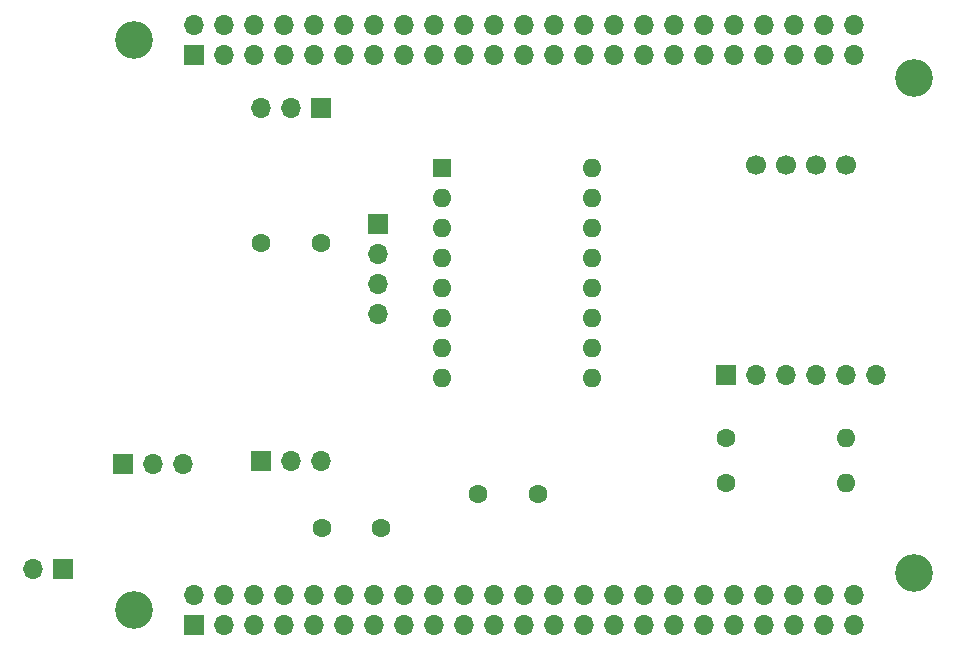
<source format=gbs>
%TF.GenerationSoftware,KiCad,Pcbnew,(6.0.9)*%
%TF.CreationDate,2023-01-03T09:52:10-05:00*%
%TF.ProjectId,cape,63617065-2e6b-4696-9361-645f70636258,1.4*%
%TF.SameCoordinates,Original*%
%TF.FileFunction,Soldermask,Bot*%
%TF.FilePolarity,Negative*%
%FSLAX46Y46*%
G04 Gerber Fmt 4.6, Leading zero omitted, Abs format (unit mm)*
G04 Created by KiCad (PCBNEW (6.0.9)) date 2023-01-03 09:52:10*
%MOMM*%
%LPD*%
G01*
G04 APERTURE LIST*
%ADD10R,1.700000X1.700000*%
%ADD11O,1.700000X1.700000*%
%ADD12C,1.700000*%
%ADD13C,3.200000*%
%ADD14C,1.600000*%
%ADD15O,1.600000X1.600000*%
%ADD16R,1.600000X1.600000*%
G04 APERTURE END LIST*
D10*
%TO.C,U1*%
X121902500Y-64515000D03*
D11*
X124442500Y-64515000D03*
X126982500Y-64515000D03*
X129522500Y-64515000D03*
X132062500Y-64515000D03*
X134602500Y-64515000D03*
D12*
X124442500Y-46735000D03*
X126982500Y-46735000D03*
X129522500Y-46735000D03*
X132062500Y-46735000D03*
%TD*%
D10*
%TO.C,P2*%
X76817500Y-37457500D03*
D11*
X76817500Y-34917500D03*
X79357500Y-37457500D03*
X79357500Y-34917500D03*
X81897500Y-37457500D03*
X81897500Y-34917500D03*
X84437500Y-37457500D03*
X84437500Y-34917500D03*
X86977500Y-37457500D03*
X86977500Y-34917500D03*
X89517500Y-37457500D03*
X89517500Y-34917500D03*
X92057500Y-37457500D03*
X92057500Y-34917500D03*
X94597500Y-37457500D03*
X94597500Y-34917500D03*
X97137500Y-37457500D03*
X97137500Y-34917500D03*
X99677500Y-37457500D03*
X99677500Y-34917500D03*
X102217500Y-37457500D03*
X102217500Y-34917500D03*
X104757500Y-37457500D03*
X104757500Y-34917500D03*
X107297500Y-37457500D03*
X107297500Y-34917500D03*
X109837500Y-37457500D03*
X109837500Y-34917500D03*
X112377500Y-37457500D03*
X112377500Y-34917500D03*
X114917500Y-37457500D03*
X114917500Y-34917500D03*
X117457500Y-37457500D03*
X117457500Y-34917500D03*
X119997500Y-37457500D03*
X119997500Y-34917500D03*
X122537500Y-37457500D03*
X122537500Y-34917500D03*
X125077500Y-37457500D03*
X125077500Y-34917500D03*
X127617500Y-37457500D03*
X127617500Y-34917500D03*
X130157500Y-37457500D03*
X130157500Y-34917500D03*
X132697500Y-37457500D03*
X132697500Y-34917500D03*
%TD*%
D10*
%TO.C,P1*%
X76817500Y-85717500D03*
D11*
X76817500Y-83177500D03*
X79357500Y-85717500D03*
X79357500Y-83177500D03*
X81897500Y-85717500D03*
X81897500Y-83177500D03*
X84437500Y-85717500D03*
X84437500Y-83177500D03*
X86977500Y-85717500D03*
X86977500Y-83177500D03*
X89517500Y-85717500D03*
X89517500Y-83177500D03*
X92057500Y-85717500D03*
X92057500Y-83177500D03*
X94597500Y-85717500D03*
X94597500Y-83177500D03*
X97137500Y-85717500D03*
X97137500Y-83177500D03*
X99677500Y-85717500D03*
X99677500Y-83177500D03*
X102217500Y-85717500D03*
X102217500Y-83177500D03*
X104757500Y-85717500D03*
X104757500Y-83177500D03*
X107297500Y-85717500D03*
X107297500Y-83177500D03*
X109837500Y-85717500D03*
X109837500Y-83177500D03*
X112377500Y-85717500D03*
X112377500Y-83177500D03*
X114917500Y-85717500D03*
X114917500Y-83177500D03*
X117457500Y-85717500D03*
X117457500Y-83177500D03*
X119997500Y-85717500D03*
X119997500Y-83177500D03*
X122537500Y-85717500D03*
X122537500Y-83177500D03*
X125077500Y-85717500D03*
X125077500Y-83177500D03*
X127617500Y-85717500D03*
X127617500Y-83177500D03*
X130157500Y-85717500D03*
X130157500Y-83177500D03*
X132697500Y-85717500D03*
X132697500Y-83177500D03*
%TD*%
D13*
%TO.C,MH3*%
X137777500Y-39362500D03*
%TD*%
D14*
%TO.C,R1*%
X121902500Y-69842500D03*
D15*
X132062500Y-69842500D03*
%TD*%
D16*
%TO.C,U4*%
X97782500Y-46982500D03*
D15*
X97782500Y-49522500D03*
X97782500Y-52062500D03*
X97782500Y-54602500D03*
X97782500Y-57142500D03*
X97782500Y-59682500D03*
X97782500Y-62222500D03*
X97782500Y-64762500D03*
X110482500Y-64762500D03*
X110482500Y-62222500D03*
X110482500Y-59682500D03*
X110482500Y-57142500D03*
X110482500Y-54602500D03*
X110482500Y-52062500D03*
X110482500Y-49522500D03*
X110482500Y-46982500D03*
%TD*%
D14*
%TO.C,C2*%
X87652500Y-77462500D03*
X92652500Y-77462500D03*
%TD*%
D13*
%TO.C,MH4*%
X137777500Y-81272500D03*
%TD*%
%TO.C,MH1*%
X71737500Y-36187500D03*
%TD*%
D14*
%TO.C,C3*%
X100903600Y-74549200D03*
X105903600Y-74549200D03*
%TD*%
D10*
%TO.C,JP1*%
X70790000Y-72060000D03*
D11*
X73330000Y-72060000D03*
X75870000Y-72060000D03*
%TD*%
D14*
%TO.C,C1*%
X82532500Y-53332500D03*
X87532500Y-53332500D03*
%TD*%
D10*
%TO.C,U2*%
X82532500Y-71830000D03*
D11*
X85072500Y-71830000D03*
X87612500Y-71830000D03*
%TD*%
D10*
%TO.C,U3*%
X92405000Y-51740000D03*
D11*
X92405000Y-54280000D03*
X92405000Y-56820000D03*
X92405000Y-59360000D03*
%TD*%
D14*
%TO.C,R2*%
X121902500Y-73652500D03*
D15*
X132062500Y-73652500D03*
%TD*%
D13*
%TO.C,MH2*%
X71737500Y-84447500D03*
%TD*%
D10*
%TO.C,BT1*%
X65710000Y-80950000D03*
D11*
X63170000Y-80950000D03*
%TD*%
D10*
%TO.C,M1*%
X87597500Y-41927500D03*
D11*
X85057500Y-41927500D03*
X82517500Y-41927500D03*
%TD*%
M02*

</source>
